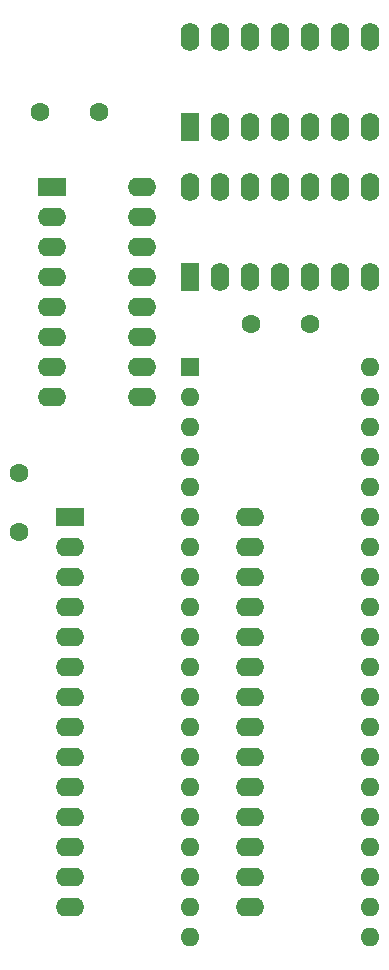
<source format=gbr>
%TF.GenerationSoftware,KiCad,Pcbnew,(6.0.10)*%
%TF.CreationDate,2022-12-23T07:28:00+11:00*%
%TF.ProjectId,bbc1770,62626331-3737-4302-9e6b-696361645f70,rev?*%
%TF.SameCoordinates,Original*%
%TF.FileFunction,Soldermask,Bot*%
%TF.FilePolarity,Negative*%
%FSLAX46Y46*%
G04 Gerber Fmt 4.6, Leading zero omitted, Abs format (unit mm)*
G04 Created by KiCad (PCBNEW (6.0.10)) date 2022-12-23 07:28:00*
%MOMM*%
%LPD*%
G01*
G04 APERTURE LIST*
%ADD10R,1.600000X2.400000*%
%ADD11O,1.600000X2.400000*%
%ADD12R,2.400000X1.600000*%
%ADD13O,2.400000X1.600000*%
%ADD14R,1.600000X1.600000*%
%ADD15O,1.600000X1.600000*%
%ADD16C,1.600000*%
G04 APERTURE END LIST*
D10*
%TO.C,U1*%
X35555000Y-21580000D03*
D11*
X38095000Y-21580000D03*
X40635000Y-21580000D03*
X43175000Y-21580000D03*
X45715000Y-21580000D03*
X48255000Y-21580000D03*
X50795000Y-21580000D03*
X50795000Y-13960000D03*
X48255000Y-13960000D03*
X45715000Y-13960000D03*
X43175000Y-13960000D03*
X40635000Y-13960000D03*
X38095000Y-13960000D03*
X35555000Y-13960000D03*
%TD*%
D12*
%TO.C,U5*%
X25395000Y-54595000D03*
D13*
X25395000Y-57135000D03*
X25395000Y-59675000D03*
X25395000Y-62215000D03*
X25395000Y-64755000D03*
X25395000Y-67295000D03*
X25395000Y-69835000D03*
X25395000Y-72375000D03*
X25395000Y-74915000D03*
X25395000Y-77455000D03*
X25395000Y-79995000D03*
X25395000Y-82535000D03*
X25395000Y-85075000D03*
X25395000Y-87615000D03*
X40635000Y-87615000D03*
X40635000Y-85075000D03*
X40635000Y-82535000D03*
X40635000Y-79995000D03*
X40635000Y-77455000D03*
X40635000Y-74915000D03*
X40635000Y-72375000D03*
X40635000Y-69835000D03*
X40635000Y-67295000D03*
X40635000Y-64755000D03*
X40635000Y-62215000D03*
X40635000Y-59675000D03*
X40635000Y-57135000D03*
X40635000Y-54595000D03*
%TD*%
D14*
%TO.C,U4*%
X35555000Y-41915000D03*
D15*
X35555000Y-44455000D03*
X35555000Y-46995000D03*
X35555000Y-49535000D03*
X35555000Y-52075000D03*
X35555000Y-54615000D03*
X35555000Y-57155000D03*
X35555000Y-59695000D03*
X35555000Y-62235000D03*
X35555000Y-64775000D03*
X35555000Y-67315000D03*
X35555000Y-69855000D03*
X35555000Y-72395000D03*
X35555000Y-74935000D03*
X35555000Y-77475000D03*
X35555000Y-80015000D03*
X35555000Y-82555000D03*
X35555000Y-85095000D03*
X35555000Y-87635000D03*
X35555000Y-90175000D03*
X50795000Y-90175000D03*
X50795000Y-87635000D03*
X50795000Y-85095000D03*
X50795000Y-82555000D03*
X50795000Y-80015000D03*
X50795000Y-77475000D03*
X50795000Y-74935000D03*
X50795000Y-72395000D03*
X50795000Y-69855000D03*
X50795000Y-67315000D03*
X50795000Y-64775000D03*
X50795000Y-62235000D03*
X50795000Y-59695000D03*
X50795000Y-57155000D03*
X50795000Y-54615000D03*
X50795000Y-52075000D03*
X50795000Y-49535000D03*
X50795000Y-46995000D03*
X50795000Y-44455000D03*
X50795000Y-41915000D03*
%TD*%
D12*
%TO.C,U2*%
X23860000Y-26660000D03*
D13*
X23860000Y-29200000D03*
X23860000Y-31740000D03*
X23860000Y-34280000D03*
X23860000Y-36820000D03*
X23860000Y-39360000D03*
X23860000Y-41900000D03*
X23860000Y-44440000D03*
X31480000Y-44440000D03*
X31480000Y-41900000D03*
X31480000Y-39360000D03*
X31480000Y-36820000D03*
X31480000Y-34280000D03*
X31480000Y-31740000D03*
X31480000Y-29200000D03*
X31480000Y-26660000D03*
%TD*%
D16*
%TO.C,C3*%
X21050000Y-55880000D03*
X21050000Y-50880000D03*
%TD*%
%TO.C,Cc2*%
X45720000Y-38220000D03*
X40720000Y-38220000D03*
%TD*%
%TO.C,c1*%
X22860000Y-20320000D03*
X27860000Y-20320000D03*
%TD*%
D10*
%TO.C,U3*%
X35555000Y-34280000D03*
D11*
X38095000Y-34280000D03*
X40635000Y-34280000D03*
X43175000Y-34280000D03*
X45715000Y-34280000D03*
X48255000Y-34280000D03*
X50795000Y-34280000D03*
X50795000Y-26660000D03*
X48255000Y-26660000D03*
X45715000Y-26660000D03*
X43175000Y-26660000D03*
X40635000Y-26660000D03*
X38095000Y-26660000D03*
X35555000Y-26660000D03*
%TD*%
M02*

</source>
